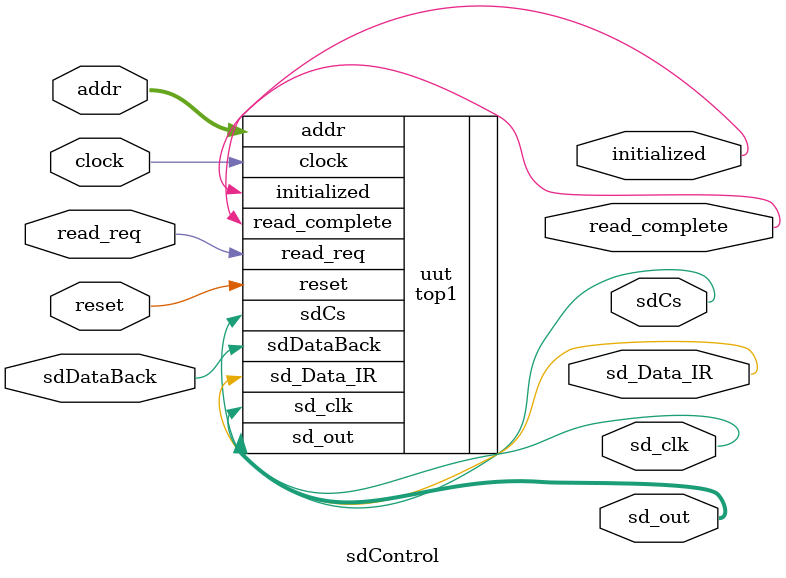
<source format=v>
`timescale 1ns / 1ps


module sdControl(
    input [31:0]addr,
    input read_req,
    input reset,
    input clock,
    output sd_clk,
    input sdDataBack,
    output sd_Data_IR,
    output sdCs,
    output initialized,
    output read_complete,
    output [31:0]sd_out
    );
top1 uut(
    .addr(addr),
    .read_req(read_req),
    .reset(reset),
    .clock(clock),
    .sd_clk(sd_clk),
    .sdDataBack(sdDataBack),
    .sd_Data_IR(sd_Data_IR),
    .sdCs(sdCs),
    .initialized(initialized),
    .read_complete(read_complete),
    .sd_out(sd_out)
);
endmodule

</source>
